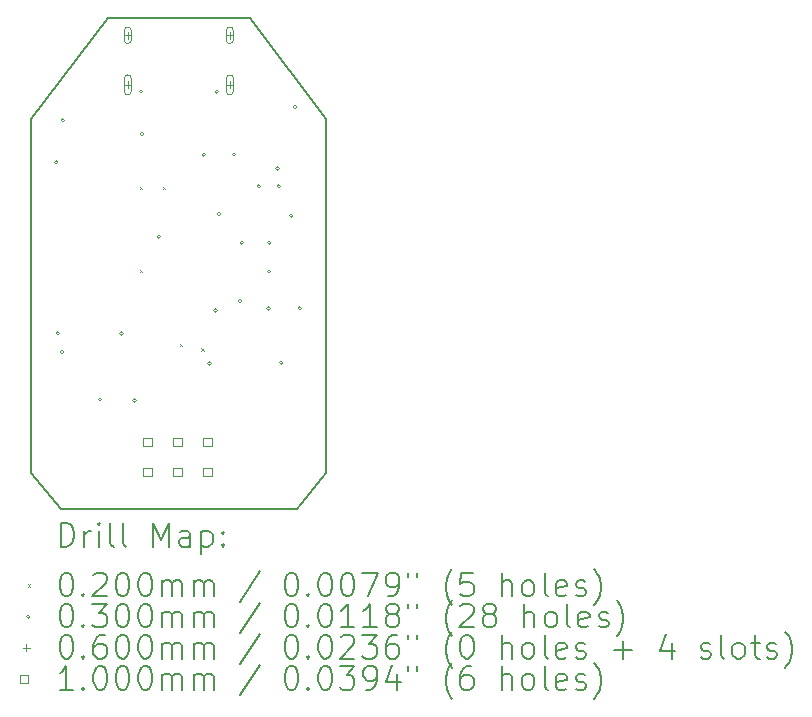
<source format=gbr>
%TF.GenerationSoftware,KiCad,Pcbnew,8.0.0*%
%TF.CreationDate,2026-01-12T19:07:29+05:30*%
%TF.ProjectId,PICKit_Clone_KiCAD,5049434b-6974-45f4-936c-6f6e655f4b69,1.0*%
%TF.SameCoordinates,Original*%
%TF.FileFunction,Drillmap*%
%TF.FilePolarity,Positive*%
%FSLAX45Y45*%
G04 Gerber Fmt 4.5, Leading zero omitted, Abs format (unit mm)*
G04 Created by KiCad (PCBNEW 8.0.0) date 2026-01-12 19:07:29*
%MOMM*%
%LPD*%
G01*
G04 APERTURE LIST*
%ADD10C,0.200000*%
%ADD11C,0.100000*%
G04 APERTURE END LIST*
D10*
X13350000Y-7850000D02*
X13350000Y-10850000D01*
X13600000Y-11150000D02*
X13349998Y-10850002D01*
X15600000Y-11150000D02*
X13600000Y-11150000D01*
X13350000Y-7850000D02*
X14000000Y-7000000D01*
X15850000Y-7850000D02*
X15200000Y-7000000D01*
X15850000Y-7850000D02*
X15850000Y-10850000D01*
X15600000Y-11150000D02*
X15850000Y-10850000D01*
X14000000Y-7000000D02*
X15200000Y-7000000D01*
D11*
X14269500Y-8426000D02*
X14289500Y-8446000D01*
X14289500Y-8426000D02*
X14269500Y-8446000D01*
X14269500Y-9126000D02*
X14289500Y-9146000D01*
X14289500Y-9126000D02*
X14269500Y-9146000D01*
X14464000Y-8427000D02*
X14484000Y-8447000D01*
X14484000Y-8427000D02*
X14464000Y-8447000D01*
X14609000Y-9757000D02*
X14629000Y-9777000D01*
X14629000Y-9757000D02*
X14609000Y-9777000D01*
X14789000Y-9793000D02*
X14809000Y-9813000D01*
X14809000Y-9793000D02*
X14789000Y-9813000D01*
X13578000Y-8217000D02*
G75*
G02*
X13548000Y-8217000I-15000J0D01*
G01*
X13548000Y-8217000D02*
G75*
G02*
X13578000Y-8217000I15000J0D01*
G01*
X13590000Y-9667000D02*
G75*
G02*
X13560000Y-9667000I-15000J0D01*
G01*
X13560000Y-9667000D02*
G75*
G02*
X13590000Y-9667000I15000J0D01*
G01*
X13626000Y-9825000D02*
G75*
G02*
X13596000Y-9825000I-15000J0D01*
G01*
X13596000Y-9825000D02*
G75*
G02*
X13626000Y-9825000I15000J0D01*
G01*
X13632000Y-7861000D02*
G75*
G02*
X13602000Y-7861000I-15000J0D01*
G01*
X13602000Y-7861000D02*
G75*
G02*
X13632000Y-7861000I15000J0D01*
G01*
X13947000Y-10226000D02*
G75*
G02*
X13917000Y-10226000I-15000J0D01*
G01*
X13917000Y-10226000D02*
G75*
G02*
X13947000Y-10226000I15000J0D01*
G01*
X14130000Y-9667000D02*
G75*
G02*
X14100000Y-9667000I-15000J0D01*
G01*
X14100000Y-9667000D02*
G75*
G02*
X14130000Y-9667000I15000J0D01*
G01*
X14240000Y-10234000D02*
G75*
G02*
X14210000Y-10234000I-15000J0D01*
G01*
X14210000Y-10234000D02*
G75*
G02*
X14240000Y-10234000I15000J0D01*
G01*
X14295000Y-7618000D02*
G75*
G02*
X14265000Y-7618000I-15000J0D01*
G01*
X14265000Y-7618000D02*
G75*
G02*
X14295000Y-7618000I15000J0D01*
G01*
X14305000Y-7978000D02*
G75*
G02*
X14275000Y-7978000I-15000J0D01*
G01*
X14275000Y-7978000D02*
G75*
G02*
X14305000Y-7978000I15000J0D01*
G01*
X14445000Y-8849000D02*
G75*
G02*
X14415000Y-8849000I-15000J0D01*
G01*
X14415000Y-8849000D02*
G75*
G02*
X14445000Y-8849000I15000J0D01*
G01*
X14826000Y-8152000D02*
G75*
G02*
X14796000Y-8152000I-15000J0D01*
G01*
X14796000Y-8152000D02*
G75*
G02*
X14826000Y-8152000I15000J0D01*
G01*
X14875000Y-9922000D02*
G75*
G02*
X14845000Y-9922000I-15000J0D01*
G01*
X14845000Y-9922000D02*
G75*
G02*
X14875000Y-9922000I15000J0D01*
G01*
X14924000Y-9472000D02*
G75*
G02*
X14894000Y-9472000I-15000J0D01*
G01*
X14894000Y-9472000D02*
G75*
G02*
X14924000Y-9472000I15000J0D01*
G01*
X14935000Y-7621000D02*
G75*
G02*
X14905000Y-7621000I-15000J0D01*
G01*
X14905000Y-7621000D02*
G75*
G02*
X14935000Y-7621000I15000J0D01*
G01*
X14954000Y-8656000D02*
G75*
G02*
X14924000Y-8656000I-15000J0D01*
G01*
X14924000Y-8656000D02*
G75*
G02*
X14954000Y-8656000I15000J0D01*
G01*
X15081000Y-8152000D02*
G75*
G02*
X15051000Y-8152000I-15000J0D01*
G01*
X15051000Y-8152000D02*
G75*
G02*
X15081000Y-8152000I15000J0D01*
G01*
X15132000Y-9391000D02*
G75*
G02*
X15102000Y-9391000I-15000J0D01*
G01*
X15102000Y-9391000D02*
G75*
G02*
X15132000Y-9391000I15000J0D01*
G01*
X15149000Y-8899000D02*
G75*
G02*
X15119000Y-8899000I-15000J0D01*
G01*
X15119000Y-8899000D02*
G75*
G02*
X15149000Y-8899000I15000J0D01*
G01*
X15291000Y-8420000D02*
G75*
G02*
X15261000Y-8420000I-15000J0D01*
G01*
X15261000Y-8420000D02*
G75*
G02*
X15291000Y-8420000I15000J0D01*
G01*
X15374000Y-9454000D02*
G75*
G02*
X15344000Y-9454000I-15000J0D01*
G01*
X15344000Y-9454000D02*
G75*
G02*
X15374000Y-9454000I15000J0D01*
G01*
X15377000Y-9142000D02*
G75*
G02*
X15347000Y-9142000I-15000J0D01*
G01*
X15347000Y-9142000D02*
G75*
G02*
X15377000Y-9142000I15000J0D01*
G01*
X15379000Y-8899000D02*
G75*
G02*
X15349000Y-8899000I-15000J0D01*
G01*
X15349000Y-8899000D02*
G75*
G02*
X15379000Y-8899000I15000J0D01*
G01*
X15451000Y-8271000D02*
G75*
G02*
X15421000Y-8271000I-15000J0D01*
G01*
X15421000Y-8271000D02*
G75*
G02*
X15451000Y-8271000I15000J0D01*
G01*
X15461000Y-8419000D02*
G75*
G02*
X15431000Y-8419000I-15000J0D01*
G01*
X15431000Y-8419000D02*
G75*
G02*
X15461000Y-8419000I15000J0D01*
G01*
X15482000Y-9915000D02*
G75*
G02*
X15452000Y-9915000I-15000J0D01*
G01*
X15452000Y-9915000D02*
G75*
G02*
X15482000Y-9915000I15000J0D01*
G01*
X15566000Y-8670000D02*
G75*
G02*
X15536000Y-8670000I-15000J0D01*
G01*
X15536000Y-8670000D02*
G75*
G02*
X15566000Y-8670000I15000J0D01*
G01*
X15598000Y-7750000D02*
G75*
G02*
X15568000Y-7750000I-15000J0D01*
G01*
X15568000Y-7750000D02*
G75*
G02*
X15598000Y-7750000I15000J0D01*
G01*
X15638000Y-9453000D02*
G75*
G02*
X15608000Y-9453000I-15000J0D01*
G01*
X15608000Y-9453000D02*
G75*
G02*
X15638000Y-9453000I15000J0D01*
G01*
X14168000Y-7112500D02*
X14168000Y-7172500D01*
X14138000Y-7142500D02*
X14198000Y-7142500D01*
X14198000Y-7182500D02*
X14198000Y-7102500D01*
X14138000Y-7102500D02*
G75*
G02*
X14198000Y-7102500I30000J0D01*
G01*
X14138000Y-7102500D02*
X14138000Y-7182500D01*
X14138000Y-7182500D02*
G75*
G03*
X14198000Y-7182500I30000J0D01*
G01*
X14168000Y-7532500D02*
X14168000Y-7592500D01*
X14138000Y-7562500D02*
X14198000Y-7562500D01*
X14198000Y-7617500D02*
X14198000Y-7507500D01*
X14138000Y-7507500D02*
G75*
G02*
X14198000Y-7507500I30000J0D01*
G01*
X14138000Y-7507500D02*
X14138000Y-7617500D01*
X14138000Y-7617500D02*
G75*
G03*
X14198000Y-7617500I30000J0D01*
G01*
X15032000Y-7532500D02*
X15032000Y-7592500D01*
X15002000Y-7562500D02*
X15062000Y-7562500D01*
X15062000Y-7617500D02*
X15062000Y-7507500D01*
X15002000Y-7507500D02*
G75*
G02*
X15062000Y-7507500I30000J0D01*
G01*
X15002000Y-7507500D02*
X15002000Y-7617500D01*
X15002000Y-7617500D02*
G75*
G03*
X15062000Y-7617500I30000J0D01*
G01*
X15032000Y-7112500D02*
X15032000Y-7172500D01*
X15002000Y-7142500D02*
X15062000Y-7142500D01*
X15062000Y-7182500D02*
X15062000Y-7102500D01*
X15002000Y-7102500D02*
G75*
G02*
X15062000Y-7102500I30000J0D01*
G01*
X15002000Y-7102500D02*
X15002000Y-7182500D01*
X15002000Y-7182500D02*
G75*
G03*
X15062000Y-7182500I30000J0D01*
G01*
X14369856Y-10620856D02*
X14369856Y-10550144D01*
X14299144Y-10550144D01*
X14299144Y-10620856D01*
X14369856Y-10620856D01*
X14369856Y-10874856D02*
X14369856Y-10804144D01*
X14299144Y-10804144D01*
X14299144Y-10874856D01*
X14369856Y-10874856D01*
X14623855Y-10620855D02*
X14623855Y-10550144D01*
X14553144Y-10550144D01*
X14553144Y-10620855D01*
X14623855Y-10620855D01*
X14623856Y-10874856D02*
X14623856Y-10804144D01*
X14553144Y-10804144D01*
X14553144Y-10874856D01*
X14623856Y-10874856D01*
X14877855Y-10874856D02*
X14877855Y-10804145D01*
X14807144Y-10804145D01*
X14807144Y-10874856D01*
X14877855Y-10874856D01*
X14877856Y-10620856D02*
X14877856Y-10550144D01*
X14807144Y-10550144D01*
X14807144Y-10620856D01*
X14877856Y-10620856D01*
D10*
X13600774Y-11471484D02*
X13600774Y-11271484D01*
X13600774Y-11271484D02*
X13648393Y-11271484D01*
X13648393Y-11271484D02*
X13676965Y-11281008D01*
X13676965Y-11281008D02*
X13696013Y-11300055D01*
X13696013Y-11300055D02*
X13705536Y-11319103D01*
X13705536Y-11319103D02*
X13715060Y-11357198D01*
X13715060Y-11357198D02*
X13715060Y-11385769D01*
X13715060Y-11385769D02*
X13705536Y-11423865D01*
X13705536Y-11423865D02*
X13696013Y-11442912D01*
X13696013Y-11442912D02*
X13676965Y-11461960D01*
X13676965Y-11461960D02*
X13648393Y-11471484D01*
X13648393Y-11471484D02*
X13600774Y-11471484D01*
X13800774Y-11471484D02*
X13800774Y-11338150D01*
X13800774Y-11376246D02*
X13810298Y-11357198D01*
X13810298Y-11357198D02*
X13819822Y-11347674D01*
X13819822Y-11347674D02*
X13838870Y-11338150D01*
X13838870Y-11338150D02*
X13857917Y-11338150D01*
X13924584Y-11471484D02*
X13924584Y-11338150D01*
X13924584Y-11271484D02*
X13915060Y-11281008D01*
X13915060Y-11281008D02*
X13924584Y-11290531D01*
X13924584Y-11290531D02*
X13934108Y-11281008D01*
X13934108Y-11281008D02*
X13924584Y-11271484D01*
X13924584Y-11271484D02*
X13924584Y-11290531D01*
X14048393Y-11471484D02*
X14029346Y-11461960D01*
X14029346Y-11461960D02*
X14019822Y-11442912D01*
X14019822Y-11442912D02*
X14019822Y-11271484D01*
X14153155Y-11471484D02*
X14134108Y-11461960D01*
X14134108Y-11461960D02*
X14124584Y-11442912D01*
X14124584Y-11442912D02*
X14124584Y-11271484D01*
X14381727Y-11471484D02*
X14381727Y-11271484D01*
X14381727Y-11271484D02*
X14448394Y-11414341D01*
X14448394Y-11414341D02*
X14515060Y-11271484D01*
X14515060Y-11271484D02*
X14515060Y-11471484D01*
X14696013Y-11471484D02*
X14696013Y-11366722D01*
X14696013Y-11366722D02*
X14686489Y-11347674D01*
X14686489Y-11347674D02*
X14667441Y-11338150D01*
X14667441Y-11338150D02*
X14629346Y-11338150D01*
X14629346Y-11338150D02*
X14610298Y-11347674D01*
X14696013Y-11461960D02*
X14676965Y-11471484D01*
X14676965Y-11471484D02*
X14629346Y-11471484D01*
X14629346Y-11471484D02*
X14610298Y-11461960D01*
X14610298Y-11461960D02*
X14600774Y-11442912D01*
X14600774Y-11442912D02*
X14600774Y-11423865D01*
X14600774Y-11423865D02*
X14610298Y-11404817D01*
X14610298Y-11404817D02*
X14629346Y-11395293D01*
X14629346Y-11395293D02*
X14676965Y-11395293D01*
X14676965Y-11395293D02*
X14696013Y-11385769D01*
X14791251Y-11338150D02*
X14791251Y-11538150D01*
X14791251Y-11347674D02*
X14810298Y-11338150D01*
X14810298Y-11338150D02*
X14848394Y-11338150D01*
X14848394Y-11338150D02*
X14867441Y-11347674D01*
X14867441Y-11347674D02*
X14876965Y-11357198D01*
X14876965Y-11357198D02*
X14886489Y-11376246D01*
X14886489Y-11376246D02*
X14886489Y-11433388D01*
X14886489Y-11433388D02*
X14876965Y-11452436D01*
X14876965Y-11452436D02*
X14867441Y-11461960D01*
X14867441Y-11461960D02*
X14848394Y-11471484D01*
X14848394Y-11471484D02*
X14810298Y-11471484D01*
X14810298Y-11471484D02*
X14791251Y-11461960D01*
X14972203Y-11452436D02*
X14981727Y-11461960D01*
X14981727Y-11461960D02*
X14972203Y-11471484D01*
X14972203Y-11471484D02*
X14962679Y-11461960D01*
X14962679Y-11461960D02*
X14972203Y-11452436D01*
X14972203Y-11452436D02*
X14972203Y-11471484D01*
X14972203Y-11347674D02*
X14981727Y-11357198D01*
X14981727Y-11357198D02*
X14972203Y-11366722D01*
X14972203Y-11366722D02*
X14962679Y-11357198D01*
X14962679Y-11357198D02*
X14972203Y-11347674D01*
X14972203Y-11347674D02*
X14972203Y-11366722D01*
D11*
X13319998Y-11790000D02*
X13339998Y-11810000D01*
X13339998Y-11790000D02*
X13319998Y-11810000D01*
D10*
X13638870Y-11691484D02*
X13657917Y-11691484D01*
X13657917Y-11691484D02*
X13676965Y-11701008D01*
X13676965Y-11701008D02*
X13686489Y-11710531D01*
X13686489Y-11710531D02*
X13696013Y-11729579D01*
X13696013Y-11729579D02*
X13705536Y-11767674D01*
X13705536Y-11767674D02*
X13705536Y-11815293D01*
X13705536Y-11815293D02*
X13696013Y-11853388D01*
X13696013Y-11853388D02*
X13686489Y-11872436D01*
X13686489Y-11872436D02*
X13676965Y-11881960D01*
X13676965Y-11881960D02*
X13657917Y-11891484D01*
X13657917Y-11891484D02*
X13638870Y-11891484D01*
X13638870Y-11891484D02*
X13619822Y-11881960D01*
X13619822Y-11881960D02*
X13610298Y-11872436D01*
X13610298Y-11872436D02*
X13600774Y-11853388D01*
X13600774Y-11853388D02*
X13591251Y-11815293D01*
X13591251Y-11815293D02*
X13591251Y-11767674D01*
X13591251Y-11767674D02*
X13600774Y-11729579D01*
X13600774Y-11729579D02*
X13610298Y-11710531D01*
X13610298Y-11710531D02*
X13619822Y-11701008D01*
X13619822Y-11701008D02*
X13638870Y-11691484D01*
X13791251Y-11872436D02*
X13800774Y-11881960D01*
X13800774Y-11881960D02*
X13791251Y-11891484D01*
X13791251Y-11891484D02*
X13781727Y-11881960D01*
X13781727Y-11881960D02*
X13791251Y-11872436D01*
X13791251Y-11872436D02*
X13791251Y-11891484D01*
X13876965Y-11710531D02*
X13886489Y-11701008D01*
X13886489Y-11701008D02*
X13905536Y-11691484D01*
X13905536Y-11691484D02*
X13953155Y-11691484D01*
X13953155Y-11691484D02*
X13972203Y-11701008D01*
X13972203Y-11701008D02*
X13981727Y-11710531D01*
X13981727Y-11710531D02*
X13991251Y-11729579D01*
X13991251Y-11729579D02*
X13991251Y-11748627D01*
X13991251Y-11748627D02*
X13981727Y-11777198D01*
X13981727Y-11777198D02*
X13867441Y-11891484D01*
X13867441Y-11891484D02*
X13991251Y-11891484D01*
X14115060Y-11691484D02*
X14134108Y-11691484D01*
X14134108Y-11691484D02*
X14153155Y-11701008D01*
X14153155Y-11701008D02*
X14162679Y-11710531D01*
X14162679Y-11710531D02*
X14172203Y-11729579D01*
X14172203Y-11729579D02*
X14181727Y-11767674D01*
X14181727Y-11767674D02*
X14181727Y-11815293D01*
X14181727Y-11815293D02*
X14172203Y-11853388D01*
X14172203Y-11853388D02*
X14162679Y-11872436D01*
X14162679Y-11872436D02*
X14153155Y-11881960D01*
X14153155Y-11881960D02*
X14134108Y-11891484D01*
X14134108Y-11891484D02*
X14115060Y-11891484D01*
X14115060Y-11891484D02*
X14096013Y-11881960D01*
X14096013Y-11881960D02*
X14086489Y-11872436D01*
X14086489Y-11872436D02*
X14076965Y-11853388D01*
X14076965Y-11853388D02*
X14067441Y-11815293D01*
X14067441Y-11815293D02*
X14067441Y-11767674D01*
X14067441Y-11767674D02*
X14076965Y-11729579D01*
X14076965Y-11729579D02*
X14086489Y-11710531D01*
X14086489Y-11710531D02*
X14096013Y-11701008D01*
X14096013Y-11701008D02*
X14115060Y-11691484D01*
X14305536Y-11691484D02*
X14324584Y-11691484D01*
X14324584Y-11691484D02*
X14343632Y-11701008D01*
X14343632Y-11701008D02*
X14353155Y-11710531D01*
X14353155Y-11710531D02*
X14362679Y-11729579D01*
X14362679Y-11729579D02*
X14372203Y-11767674D01*
X14372203Y-11767674D02*
X14372203Y-11815293D01*
X14372203Y-11815293D02*
X14362679Y-11853388D01*
X14362679Y-11853388D02*
X14353155Y-11872436D01*
X14353155Y-11872436D02*
X14343632Y-11881960D01*
X14343632Y-11881960D02*
X14324584Y-11891484D01*
X14324584Y-11891484D02*
X14305536Y-11891484D01*
X14305536Y-11891484D02*
X14286489Y-11881960D01*
X14286489Y-11881960D02*
X14276965Y-11872436D01*
X14276965Y-11872436D02*
X14267441Y-11853388D01*
X14267441Y-11853388D02*
X14257917Y-11815293D01*
X14257917Y-11815293D02*
X14257917Y-11767674D01*
X14257917Y-11767674D02*
X14267441Y-11729579D01*
X14267441Y-11729579D02*
X14276965Y-11710531D01*
X14276965Y-11710531D02*
X14286489Y-11701008D01*
X14286489Y-11701008D02*
X14305536Y-11691484D01*
X14457917Y-11891484D02*
X14457917Y-11758150D01*
X14457917Y-11777198D02*
X14467441Y-11767674D01*
X14467441Y-11767674D02*
X14486489Y-11758150D01*
X14486489Y-11758150D02*
X14515060Y-11758150D01*
X14515060Y-11758150D02*
X14534108Y-11767674D01*
X14534108Y-11767674D02*
X14543632Y-11786722D01*
X14543632Y-11786722D02*
X14543632Y-11891484D01*
X14543632Y-11786722D02*
X14553155Y-11767674D01*
X14553155Y-11767674D02*
X14572203Y-11758150D01*
X14572203Y-11758150D02*
X14600774Y-11758150D01*
X14600774Y-11758150D02*
X14619822Y-11767674D01*
X14619822Y-11767674D02*
X14629346Y-11786722D01*
X14629346Y-11786722D02*
X14629346Y-11891484D01*
X14724584Y-11891484D02*
X14724584Y-11758150D01*
X14724584Y-11777198D02*
X14734108Y-11767674D01*
X14734108Y-11767674D02*
X14753155Y-11758150D01*
X14753155Y-11758150D02*
X14781727Y-11758150D01*
X14781727Y-11758150D02*
X14800775Y-11767674D01*
X14800775Y-11767674D02*
X14810298Y-11786722D01*
X14810298Y-11786722D02*
X14810298Y-11891484D01*
X14810298Y-11786722D02*
X14819822Y-11767674D01*
X14819822Y-11767674D02*
X14838870Y-11758150D01*
X14838870Y-11758150D02*
X14867441Y-11758150D01*
X14867441Y-11758150D02*
X14886489Y-11767674D01*
X14886489Y-11767674D02*
X14896013Y-11786722D01*
X14896013Y-11786722D02*
X14896013Y-11891484D01*
X15286489Y-11681960D02*
X15115060Y-11939103D01*
X15543632Y-11691484D02*
X15562679Y-11691484D01*
X15562679Y-11691484D02*
X15581727Y-11701008D01*
X15581727Y-11701008D02*
X15591251Y-11710531D01*
X15591251Y-11710531D02*
X15600775Y-11729579D01*
X15600775Y-11729579D02*
X15610298Y-11767674D01*
X15610298Y-11767674D02*
X15610298Y-11815293D01*
X15610298Y-11815293D02*
X15600775Y-11853388D01*
X15600775Y-11853388D02*
X15591251Y-11872436D01*
X15591251Y-11872436D02*
X15581727Y-11881960D01*
X15581727Y-11881960D02*
X15562679Y-11891484D01*
X15562679Y-11891484D02*
X15543632Y-11891484D01*
X15543632Y-11891484D02*
X15524584Y-11881960D01*
X15524584Y-11881960D02*
X15515060Y-11872436D01*
X15515060Y-11872436D02*
X15505537Y-11853388D01*
X15505537Y-11853388D02*
X15496013Y-11815293D01*
X15496013Y-11815293D02*
X15496013Y-11767674D01*
X15496013Y-11767674D02*
X15505537Y-11729579D01*
X15505537Y-11729579D02*
X15515060Y-11710531D01*
X15515060Y-11710531D02*
X15524584Y-11701008D01*
X15524584Y-11701008D02*
X15543632Y-11691484D01*
X15696013Y-11872436D02*
X15705537Y-11881960D01*
X15705537Y-11881960D02*
X15696013Y-11891484D01*
X15696013Y-11891484D02*
X15686489Y-11881960D01*
X15686489Y-11881960D02*
X15696013Y-11872436D01*
X15696013Y-11872436D02*
X15696013Y-11891484D01*
X15829346Y-11691484D02*
X15848394Y-11691484D01*
X15848394Y-11691484D02*
X15867441Y-11701008D01*
X15867441Y-11701008D02*
X15876965Y-11710531D01*
X15876965Y-11710531D02*
X15886489Y-11729579D01*
X15886489Y-11729579D02*
X15896013Y-11767674D01*
X15896013Y-11767674D02*
X15896013Y-11815293D01*
X15896013Y-11815293D02*
X15886489Y-11853388D01*
X15886489Y-11853388D02*
X15876965Y-11872436D01*
X15876965Y-11872436D02*
X15867441Y-11881960D01*
X15867441Y-11881960D02*
X15848394Y-11891484D01*
X15848394Y-11891484D02*
X15829346Y-11891484D01*
X15829346Y-11891484D02*
X15810298Y-11881960D01*
X15810298Y-11881960D02*
X15800775Y-11872436D01*
X15800775Y-11872436D02*
X15791251Y-11853388D01*
X15791251Y-11853388D02*
X15781727Y-11815293D01*
X15781727Y-11815293D02*
X15781727Y-11767674D01*
X15781727Y-11767674D02*
X15791251Y-11729579D01*
X15791251Y-11729579D02*
X15800775Y-11710531D01*
X15800775Y-11710531D02*
X15810298Y-11701008D01*
X15810298Y-11701008D02*
X15829346Y-11691484D01*
X16019822Y-11691484D02*
X16038870Y-11691484D01*
X16038870Y-11691484D02*
X16057918Y-11701008D01*
X16057918Y-11701008D02*
X16067441Y-11710531D01*
X16067441Y-11710531D02*
X16076965Y-11729579D01*
X16076965Y-11729579D02*
X16086489Y-11767674D01*
X16086489Y-11767674D02*
X16086489Y-11815293D01*
X16086489Y-11815293D02*
X16076965Y-11853388D01*
X16076965Y-11853388D02*
X16067441Y-11872436D01*
X16067441Y-11872436D02*
X16057918Y-11881960D01*
X16057918Y-11881960D02*
X16038870Y-11891484D01*
X16038870Y-11891484D02*
X16019822Y-11891484D01*
X16019822Y-11891484D02*
X16000775Y-11881960D01*
X16000775Y-11881960D02*
X15991251Y-11872436D01*
X15991251Y-11872436D02*
X15981727Y-11853388D01*
X15981727Y-11853388D02*
X15972203Y-11815293D01*
X15972203Y-11815293D02*
X15972203Y-11767674D01*
X15972203Y-11767674D02*
X15981727Y-11729579D01*
X15981727Y-11729579D02*
X15991251Y-11710531D01*
X15991251Y-11710531D02*
X16000775Y-11701008D01*
X16000775Y-11701008D02*
X16019822Y-11691484D01*
X16153156Y-11691484D02*
X16286489Y-11691484D01*
X16286489Y-11691484D02*
X16200775Y-11891484D01*
X16372203Y-11891484D02*
X16410298Y-11891484D01*
X16410298Y-11891484D02*
X16429346Y-11881960D01*
X16429346Y-11881960D02*
X16438870Y-11872436D01*
X16438870Y-11872436D02*
X16457918Y-11843865D01*
X16457918Y-11843865D02*
X16467441Y-11805769D01*
X16467441Y-11805769D02*
X16467441Y-11729579D01*
X16467441Y-11729579D02*
X16457918Y-11710531D01*
X16457918Y-11710531D02*
X16448394Y-11701008D01*
X16448394Y-11701008D02*
X16429346Y-11691484D01*
X16429346Y-11691484D02*
X16391251Y-11691484D01*
X16391251Y-11691484D02*
X16372203Y-11701008D01*
X16372203Y-11701008D02*
X16362679Y-11710531D01*
X16362679Y-11710531D02*
X16353156Y-11729579D01*
X16353156Y-11729579D02*
X16353156Y-11777198D01*
X16353156Y-11777198D02*
X16362679Y-11796246D01*
X16362679Y-11796246D02*
X16372203Y-11805769D01*
X16372203Y-11805769D02*
X16391251Y-11815293D01*
X16391251Y-11815293D02*
X16429346Y-11815293D01*
X16429346Y-11815293D02*
X16448394Y-11805769D01*
X16448394Y-11805769D02*
X16457918Y-11796246D01*
X16457918Y-11796246D02*
X16467441Y-11777198D01*
X16543632Y-11691484D02*
X16543632Y-11729579D01*
X16619822Y-11691484D02*
X16619822Y-11729579D01*
X16915061Y-11967674D02*
X16905537Y-11958150D01*
X16905537Y-11958150D02*
X16886489Y-11929579D01*
X16886489Y-11929579D02*
X16876965Y-11910531D01*
X16876965Y-11910531D02*
X16867442Y-11881960D01*
X16867442Y-11881960D02*
X16857918Y-11834341D01*
X16857918Y-11834341D02*
X16857918Y-11796246D01*
X16857918Y-11796246D02*
X16867442Y-11748627D01*
X16867442Y-11748627D02*
X16876965Y-11720055D01*
X16876965Y-11720055D02*
X16886489Y-11701008D01*
X16886489Y-11701008D02*
X16905537Y-11672436D01*
X16905537Y-11672436D02*
X16915061Y-11662912D01*
X17086489Y-11691484D02*
X16991251Y-11691484D01*
X16991251Y-11691484D02*
X16981727Y-11786722D01*
X16981727Y-11786722D02*
X16991251Y-11777198D01*
X16991251Y-11777198D02*
X17010299Y-11767674D01*
X17010299Y-11767674D02*
X17057918Y-11767674D01*
X17057918Y-11767674D02*
X17076965Y-11777198D01*
X17076965Y-11777198D02*
X17086489Y-11786722D01*
X17086489Y-11786722D02*
X17096013Y-11805769D01*
X17096013Y-11805769D02*
X17096013Y-11853388D01*
X17096013Y-11853388D02*
X17086489Y-11872436D01*
X17086489Y-11872436D02*
X17076965Y-11881960D01*
X17076965Y-11881960D02*
X17057918Y-11891484D01*
X17057918Y-11891484D02*
X17010299Y-11891484D01*
X17010299Y-11891484D02*
X16991251Y-11881960D01*
X16991251Y-11881960D02*
X16981727Y-11872436D01*
X17334108Y-11891484D02*
X17334108Y-11691484D01*
X17419823Y-11891484D02*
X17419823Y-11786722D01*
X17419823Y-11786722D02*
X17410299Y-11767674D01*
X17410299Y-11767674D02*
X17391251Y-11758150D01*
X17391251Y-11758150D02*
X17362680Y-11758150D01*
X17362680Y-11758150D02*
X17343632Y-11767674D01*
X17343632Y-11767674D02*
X17334108Y-11777198D01*
X17543632Y-11891484D02*
X17524584Y-11881960D01*
X17524584Y-11881960D02*
X17515061Y-11872436D01*
X17515061Y-11872436D02*
X17505537Y-11853388D01*
X17505537Y-11853388D02*
X17505537Y-11796246D01*
X17505537Y-11796246D02*
X17515061Y-11777198D01*
X17515061Y-11777198D02*
X17524584Y-11767674D01*
X17524584Y-11767674D02*
X17543632Y-11758150D01*
X17543632Y-11758150D02*
X17572204Y-11758150D01*
X17572204Y-11758150D02*
X17591251Y-11767674D01*
X17591251Y-11767674D02*
X17600775Y-11777198D01*
X17600775Y-11777198D02*
X17610299Y-11796246D01*
X17610299Y-11796246D02*
X17610299Y-11853388D01*
X17610299Y-11853388D02*
X17600775Y-11872436D01*
X17600775Y-11872436D02*
X17591251Y-11881960D01*
X17591251Y-11881960D02*
X17572204Y-11891484D01*
X17572204Y-11891484D02*
X17543632Y-11891484D01*
X17724584Y-11891484D02*
X17705537Y-11881960D01*
X17705537Y-11881960D02*
X17696013Y-11862912D01*
X17696013Y-11862912D02*
X17696013Y-11691484D01*
X17876965Y-11881960D02*
X17857918Y-11891484D01*
X17857918Y-11891484D02*
X17819823Y-11891484D01*
X17819823Y-11891484D02*
X17800775Y-11881960D01*
X17800775Y-11881960D02*
X17791251Y-11862912D01*
X17791251Y-11862912D02*
X17791251Y-11786722D01*
X17791251Y-11786722D02*
X17800775Y-11767674D01*
X17800775Y-11767674D02*
X17819823Y-11758150D01*
X17819823Y-11758150D02*
X17857918Y-11758150D01*
X17857918Y-11758150D02*
X17876965Y-11767674D01*
X17876965Y-11767674D02*
X17886489Y-11786722D01*
X17886489Y-11786722D02*
X17886489Y-11805769D01*
X17886489Y-11805769D02*
X17791251Y-11824817D01*
X17962680Y-11881960D02*
X17981727Y-11891484D01*
X17981727Y-11891484D02*
X18019823Y-11891484D01*
X18019823Y-11891484D02*
X18038870Y-11881960D01*
X18038870Y-11881960D02*
X18048394Y-11862912D01*
X18048394Y-11862912D02*
X18048394Y-11853388D01*
X18048394Y-11853388D02*
X18038870Y-11834341D01*
X18038870Y-11834341D02*
X18019823Y-11824817D01*
X18019823Y-11824817D02*
X17991251Y-11824817D01*
X17991251Y-11824817D02*
X17972204Y-11815293D01*
X17972204Y-11815293D02*
X17962680Y-11796246D01*
X17962680Y-11796246D02*
X17962680Y-11786722D01*
X17962680Y-11786722D02*
X17972204Y-11767674D01*
X17972204Y-11767674D02*
X17991251Y-11758150D01*
X17991251Y-11758150D02*
X18019823Y-11758150D01*
X18019823Y-11758150D02*
X18038870Y-11767674D01*
X18115061Y-11967674D02*
X18124585Y-11958150D01*
X18124585Y-11958150D02*
X18143632Y-11929579D01*
X18143632Y-11929579D02*
X18153156Y-11910531D01*
X18153156Y-11910531D02*
X18162680Y-11881960D01*
X18162680Y-11881960D02*
X18172204Y-11834341D01*
X18172204Y-11834341D02*
X18172204Y-11796246D01*
X18172204Y-11796246D02*
X18162680Y-11748627D01*
X18162680Y-11748627D02*
X18153156Y-11720055D01*
X18153156Y-11720055D02*
X18143632Y-11701008D01*
X18143632Y-11701008D02*
X18124585Y-11672436D01*
X18124585Y-11672436D02*
X18115061Y-11662912D01*
D11*
X13339998Y-12064000D02*
G75*
G02*
X13309998Y-12064000I-15000J0D01*
G01*
X13309998Y-12064000D02*
G75*
G02*
X13339998Y-12064000I15000J0D01*
G01*
D10*
X13638870Y-11955484D02*
X13657917Y-11955484D01*
X13657917Y-11955484D02*
X13676965Y-11965008D01*
X13676965Y-11965008D02*
X13686489Y-11974531D01*
X13686489Y-11974531D02*
X13696013Y-11993579D01*
X13696013Y-11993579D02*
X13705536Y-12031674D01*
X13705536Y-12031674D02*
X13705536Y-12079293D01*
X13705536Y-12079293D02*
X13696013Y-12117388D01*
X13696013Y-12117388D02*
X13686489Y-12136436D01*
X13686489Y-12136436D02*
X13676965Y-12145960D01*
X13676965Y-12145960D02*
X13657917Y-12155484D01*
X13657917Y-12155484D02*
X13638870Y-12155484D01*
X13638870Y-12155484D02*
X13619822Y-12145960D01*
X13619822Y-12145960D02*
X13610298Y-12136436D01*
X13610298Y-12136436D02*
X13600774Y-12117388D01*
X13600774Y-12117388D02*
X13591251Y-12079293D01*
X13591251Y-12079293D02*
X13591251Y-12031674D01*
X13591251Y-12031674D02*
X13600774Y-11993579D01*
X13600774Y-11993579D02*
X13610298Y-11974531D01*
X13610298Y-11974531D02*
X13619822Y-11965008D01*
X13619822Y-11965008D02*
X13638870Y-11955484D01*
X13791251Y-12136436D02*
X13800774Y-12145960D01*
X13800774Y-12145960D02*
X13791251Y-12155484D01*
X13791251Y-12155484D02*
X13781727Y-12145960D01*
X13781727Y-12145960D02*
X13791251Y-12136436D01*
X13791251Y-12136436D02*
X13791251Y-12155484D01*
X13867441Y-11955484D02*
X13991251Y-11955484D01*
X13991251Y-11955484D02*
X13924584Y-12031674D01*
X13924584Y-12031674D02*
X13953155Y-12031674D01*
X13953155Y-12031674D02*
X13972203Y-12041198D01*
X13972203Y-12041198D02*
X13981727Y-12050722D01*
X13981727Y-12050722D02*
X13991251Y-12069769D01*
X13991251Y-12069769D02*
X13991251Y-12117388D01*
X13991251Y-12117388D02*
X13981727Y-12136436D01*
X13981727Y-12136436D02*
X13972203Y-12145960D01*
X13972203Y-12145960D02*
X13953155Y-12155484D01*
X13953155Y-12155484D02*
X13896013Y-12155484D01*
X13896013Y-12155484D02*
X13876965Y-12145960D01*
X13876965Y-12145960D02*
X13867441Y-12136436D01*
X14115060Y-11955484D02*
X14134108Y-11955484D01*
X14134108Y-11955484D02*
X14153155Y-11965008D01*
X14153155Y-11965008D02*
X14162679Y-11974531D01*
X14162679Y-11974531D02*
X14172203Y-11993579D01*
X14172203Y-11993579D02*
X14181727Y-12031674D01*
X14181727Y-12031674D02*
X14181727Y-12079293D01*
X14181727Y-12079293D02*
X14172203Y-12117388D01*
X14172203Y-12117388D02*
X14162679Y-12136436D01*
X14162679Y-12136436D02*
X14153155Y-12145960D01*
X14153155Y-12145960D02*
X14134108Y-12155484D01*
X14134108Y-12155484D02*
X14115060Y-12155484D01*
X14115060Y-12155484D02*
X14096013Y-12145960D01*
X14096013Y-12145960D02*
X14086489Y-12136436D01*
X14086489Y-12136436D02*
X14076965Y-12117388D01*
X14076965Y-12117388D02*
X14067441Y-12079293D01*
X14067441Y-12079293D02*
X14067441Y-12031674D01*
X14067441Y-12031674D02*
X14076965Y-11993579D01*
X14076965Y-11993579D02*
X14086489Y-11974531D01*
X14086489Y-11974531D02*
X14096013Y-11965008D01*
X14096013Y-11965008D02*
X14115060Y-11955484D01*
X14305536Y-11955484D02*
X14324584Y-11955484D01*
X14324584Y-11955484D02*
X14343632Y-11965008D01*
X14343632Y-11965008D02*
X14353155Y-11974531D01*
X14353155Y-11974531D02*
X14362679Y-11993579D01*
X14362679Y-11993579D02*
X14372203Y-12031674D01*
X14372203Y-12031674D02*
X14372203Y-12079293D01*
X14372203Y-12079293D02*
X14362679Y-12117388D01*
X14362679Y-12117388D02*
X14353155Y-12136436D01*
X14353155Y-12136436D02*
X14343632Y-12145960D01*
X14343632Y-12145960D02*
X14324584Y-12155484D01*
X14324584Y-12155484D02*
X14305536Y-12155484D01*
X14305536Y-12155484D02*
X14286489Y-12145960D01*
X14286489Y-12145960D02*
X14276965Y-12136436D01*
X14276965Y-12136436D02*
X14267441Y-12117388D01*
X14267441Y-12117388D02*
X14257917Y-12079293D01*
X14257917Y-12079293D02*
X14257917Y-12031674D01*
X14257917Y-12031674D02*
X14267441Y-11993579D01*
X14267441Y-11993579D02*
X14276965Y-11974531D01*
X14276965Y-11974531D02*
X14286489Y-11965008D01*
X14286489Y-11965008D02*
X14305536Y-11955484D01*
X14457917Y-12155484D02*
X14457917Y-12022150D01*
X14457917Y-12041198D02*
X14467441Y-12031674D01*
X14467441Y-12031674D02*
X14486489Y-12022150D01*
X14486489Y-12022150D02*
X14515060Y-12022150D01*
X14515060Y-12022150D02*
X14534108Y-12031674D01*
X14534108Y-12031674D02*
X14543632Y-12050722D01*
X14543632Y-12050722D02*
X14543632Y-12155484D01*
X14543632Y-12050722D02*
X14553155Y-12031674D01*
X14553155Y-12031674D02*
X14572203Y-12022150D01*
X14572203Y-12022150D02*
X14600774Y-12022150D01*
X14600774Y-12022150D02*
X14619822Y-12031674D01*
X14619822Y-12031674D02*
X14629346Y-12050722D01*
X14629346Y-12050722D02*
X14629346Y-12155484D01*
X14724584Y-12155484D02*
X14724584Y-12022150D01*
X14724584Y-12041198D02*
X14734108Y-12031674D01*
X14734108Y-12031674D02*
X14753155Y-12022150D01*
X14753155Y-12022150D02*
X14781727Y-12022150D01*
X14781727Y-12022150D02*
X14800775Y-12031674D01*
X14800775Y-12031674D02*
X14810298Y-12050722D01*
X14810298Y-12050722D02*
X14810298Y-12155484D01*
X14810298Y-12050722D02*
X14819822Y-12031674D01*
X14819822Y-12031674D02*
X14838870Y-12022150D01*
X14838870Y-12022150D02*
X14867441Y-12022150D01*
X14867441Y-12022150D02*
X14886489Y-12031674D01*
X14886489Y-12031674D02*
X14896013Y-12050722D01*
X14896013Y-12050722D02*
X14896013Y-12155484D01*
X15286489Y-11945960D02*
X15115060Y-12203103D01*
X15543632Y-11955484D02*
X15562679Y-11955484D01*
X15562679Y-11955484D02*
X15581727Y-11965008D01*
X15581727Y-11965008D02*
X15591251Y-11974531D01*
X15591251Y-11974531D02*
X15600775Y-11993579D01*
X15600775Y-11993579D02*
X15610298Y-12031674D01*
X15610298Y-12031674D02*
X15610298Y-12079293D01*
X15610298Y-12079293D02*
X15600775Y-12117388D01*
X15600775Y-12117388D02*
X15591251Y-12136436D01*
X15591251Y-12136436D02*
X15581727Y-12145960D01*
X15581727Y-12145960D02*
X15562679Y-12155484D01*
X15562679Y-12155484D02*
X15543632Y-12155484D01*
X15543632Y-12155484D02*
X15524584Y-12145960D01*
X15524584Y-12145960D02*
X15515060Y-12136436D01*
X15515060Y-12136436D02*
X15505537Y-12117388D01*
X15505537Y-12117388D02*
X15496013Y-12079293D01*
X15496013Y-12079293D02*
X15496013Y-12031674D01*
X15496013Y-12031674D02*
X15505537Y-11993579D01*
X15505537Y-11993579D02*
X15515060Y-11974531D01*
X15515060Y-11974531D02*
X15524584Y-11965008D01*
X15524584Y-11965008D02*
X15543632Y-11955484D01*
X15696013Y-12136436D02*
X15705537Y-12145960D01*
X15705537Y-12145960D02*
X15696013Y-12155484D01*
X15696013Y-12155484D02*
X15686489Y-12145960D01*
X15686489Y-12145960D02*
X15696013Y-12136436D01*
X15696013Y-12136436D02*
X15696013Y-12155484D01*
X15829346Y-11955484D02*
X15848394Y-11955484D01*
X15848394Y-11955484D02*
X15867441Y-11965008D01*
X15867441Y-11965008D02*
X15876965Y-11974531D01*
X15876965Y-11974531D02*
X15886489Y-11993579D01*
X15886489Y-11993579D02*
X15896013Y-12031674D01*
X15896013Y-12031674D02*
X15896013Y-12079293D01*
X15896013Y-12079293D02*
X15886489Y-12117388D01*
X15886489Y-12117388D02*
X15876965Y-12136436D01*
X15876965Y-12136436D02*
X15867441Y-12145960D01*
X15867441Y-12145960D02*
X15848394Y-12155484D01*
X15848394Y-12155484D02*
X15829346Y-12155484D01*
X15829346Y-12155484D02*
X15810298Y-12145960D01*
X15810298Y-12145960D02*
X15800775Y-12136436D01*
X15800775Y-12136436D02*
X15791251Y-12117388D01*
X15791251Y-12117388D02*
X15781727Y-12079293D01*
X15781727Y-12079293D02*
X15781727Y-12031674D01*
X15781727Y-12031674D02*
X15791251Y-11993579D01*
X15791251Y-11993579D02*
X15800775Y-11974531D01*
X15800775Y-11974531D02*
X15810298Y-11965008D01*
X15810298Y-11965008D02*
X15829346Y-11955484D01*
X16086489Y-12155484D02*
X15972203Y-12155484D01*
X16029346Y-12155484D02*
X16029346Y-11955484D01*
X16029346Y-11955484D02*
X16010298Y-11984055D01*
X16010298Y-11984055D02*
X15991251Y-12003103D01*
X15991251Y-12003103D02*
X15972203Y-12012627D01*
X16276965Y-12155484D02*
X16162679Y-12155484D01*
X16219822Y-12155484D02*
X16219822Y-11955484D01*
X16219822Y-11955484D02*
X16200775Y-11984055D01*
X16200775Y-11984055D02*
X16181727Y-12003103D01*
X16181727Y-12003103D02*
X16162679Y-12012627D01*
X16391251Y-12041198D02*
X16372203Y-12031674D01*
X16372203Y-12031674D02*
X16362679Y-12022150D01*
X16362679Y-12022150D02*
X16353156Y-12003103D01*
X16353156Y-12003103D02*
X16353156Y-11993579D01*
X16353156Y-11993579D02*
X16362679Y-11974531D01*
X16362679Y-11974531D02*
X16372203Y-11965008D01*
X16372203Y-11965008D02*
X16391251Y-11955484D01*
X16391251Y-11955484D02*
X16429346Y-11955484D01*
X16429346Y-11955484D02*
X16448394Y-11965008D01*
X16448394Y-11965008D02*
X16457918Y-11974531D01*
X16457918Y-11974531D02*
X16467441Y-11993579D01*
X16467441Y-11993579D02*
X16467441Y-12003103D01*
X16467441Y-12003103D02*
X16457918Y-12022150D01*
X16457918Y-12022150D02*
X16448394Y-12031674D01*
X16448394Y-12031674D02*
X16429346Y-12041198D01*
X16429346Y-12041198D02*
X16391251Y-12041198D01*
X16391251Y-12041198D02*
X16372203Y-12050722D01*
X16372203Y-12050722D02*
X16362679Y-12060246D01*
X16362679Y-12060246D02*
X16353156Y-12079293D01*
X16353156Y-12079293D02*
X16353156Y-12117388D01*
X16353156Y-12117388D02*
X16362679Y-12136436D01*
X16362679Y-12136436D02*
X16372203Y-12145960D01*
X16372203Y-12145960D02*
X16391251Y-12155484D01*
X16391251Y-12155484D02*
X16429346Y-12155484D01*
X16429346Y-12155484D02*
X16448394Y-12145960D01*
X16448394Y-12145960D02*
X16457918Y-12136436D01*
X16457918Y-12136436D02*
X16467441Y-12117388D01*
X16467441Y-12117388D02*
X16467441Y-12079293D01*
X16467441Y-12079293D02*
X16457918Y-12060246D01*
X16457918Y-12060246D02*
X16448394Y-12050722D01*
X16448394Y-12050722D02*
X16429346Y-12041198D01*
X16543632Y-11955484D02*
X16543632Y-11993579D01*
X16619822Y-11955484D02*
X16619822Y-11993579D01*
X16915061Y-12231674D02*
X16905537Y-12222150D01*
X16905537Y-12222150D02*
X16886489Y-12193579D01*
X16886489Y-12193579D02*
X16876965Y-12174531D01*
X16876965Y-12174531D02*
X16867442Y-12145960D01*
X16867442Y-12145960D02*
X16857918Y-12098341D01*
X16857918Y-12098341D02*
X16857918Y-12060246D01*
X16857918Y-12060246D02*
X16867442Y-12012627D01*
X16867442Y-12012627D02*
X16876965Y-11984055D01*
X16876965Y-11984055D02*
X16886489Y-11965008D01*
X16886489Y-11965008D02*
X16905537Y-11936436D01*
X16905537Y-11936436D02*
X16915061Y-11926912D01*
X16981727Y-11974531D02*
X16991251Y-11965008D01*
X16991251Y-11965008D02*
X17010299Y-11955484D01*
X17010299Y-11955484D02*
X17057918Y-11955484D01*
X17057918Y-11955484D02*
X17076965Y-11965008D01*
X17076965Y-11965008D02*
X17086489Y-11974531D01*
X17086489Y-11974531D02*
X17096013Y-11993579D01*
X17096013Y-11993579D02*
X17096013Y-12012627D01*
X17096013Y-12012627D02*
X17086489Y-12041198D01*
X17086489Y-12041198D02*
X16972203Y-12155484D01*
X16972203Y-12155484D02*
X17096013Y-12155484D01*
X17210299Y-12041198D02*
X17191251Y-12031674D01*
X17191251Y-12031674D02*
X17181727Y-12022150D01*
X17181727Y-12022150D02*
X17172203Y-12003103D01*
X17172203Y-12003103D02*
X17172203Y-11993579D01*
X17172203Y-11993579D02*
X17181727Y-11974531D01*
X17181727Y-11974531D02*
X17191251Y-11965008D01*
X17191251Y-11965008D02*
X17210299Y-11955484D01*
X17210299Y-11955484D02*
X17248394Y-11955484D01*
X17248394Y-11955484D02*
X17267442Y-11965008D01*
X17267442Y-11965008D02*
X17276965Y-11974531D01*
X17276965Y-11974531D02*
X17286489Y-11993579D01*
X17286489Y-11993579D02*
X17286489Y-12003103D01*
X17286489Y-12003103D02*
X17276965Y-12022150D01*
X17276965Y-12022150D02*
X17267442Y-12031674D01*
X17267442Y-12031674D02*
X17248394Y-12041198D01*
X17248394Y-12041198D02*
X17210299Y-12041198D01*
X17210299Y-12041198D02*
X17191251Y-12050722D01*
X17191251Y-12050722D02*
X17181727Y-12060246D01*
X17181727Y-12060246D02*
X17172203Y-12079293D01*
X17172203Y-12079293D02*
X17172203Y-12117388D01*
X17172203Y-12117388D02*
X17181727Y-12136436D01*
X17181727Y-12136436D02*
X17191251Y-12145960D01*
X17191251Y-12145960D02*
X17210299Y-12155484D01*
X17210299Y-12155484D02*
X17248394Y-12155484D01*
X17248394Y-12155484D02*
X17267442Y-12145960D01*
X17267442Y-12145960D02*
X17276965Y-12136436D01*
X17276965Y-12136436D02*
X17286489Y-12117388D01*
X17286489Y-12117388D02*
X17286489Y-12079293D01*
X17286489Y-12079293D02*
X17276965Y-12060246D01*
X17276965Y-12060246D02*
X17267442Y-12050722D01*
X17267442Y-12050722D02*
X17248394Y-12041198D01*
X17524584Y-12155484D02*
X17524584Y-11955484D01*
X17610299Y-12155484D02*
X17610299Y-12050722D01*
X17610299Y-12050722D02*
X17600775Y-12031674D01*
X17600775Y-12031674D02*
X17581727Y-12022150D01*
X17581727Y-12022150D02*
X17553156Y-12022150D01*
X17553156Y-12022150D02*
X17534108Y-12031674D01*
X17534108Y-12031674D02*
X17524584Y-12041198D01*
X17734108Y-12155484D02*
X17715061Y-12145960D01*
X17715061Y-12145960D02*
X17705537Y-12136436D01*
X17705537Y-12136436D02*
X17696013Y-12117388D01*
X17696013Y-12117388D02*
X17696013Y-12060246D01*
X17696013Y-12060246D02*
X17705537Y-12041198D01*
X17705537Y-12041198D02*
X17715061Y-12031674D01*
X17715061Y-12031674D02*
X17734108Y-12022150D01*
X17734108Y-12022150D02*
X17762680Y-12022150D01*
X17762680Y-12022150D02*
X17781727Y-12031674D01*
X17781727Y-12031674D02*
X17791251Y-12041198D01*
X17791251Y-12041198D02*
X17800775Y-12060246D01*
X17800775Y-12060246D02*
X17800775Y-12117388D01*
X17800775Y-12117388D02*
X17791251Y-12136436D01*
X17791251Y-12136436D02*
X17781727Y-12145960D01*
X17781727Y-12145960D02*
X17762680Y-12155484D01*
X17762680Y-12155484D02*
X17734108Y-12155484D01*
X17915061Y-12155484D02*
X17896013Y-12145960D01*
X17896013Y-12145960D02*
X17886489Y-12126912D01*
X17886489Y-12126912D02*
X17886489Y-11955484D01*
X18067442Y-12145960D02*
X18048394Y-12155484D01*
X18048394Y-12155484D02*
X18010299Y-12155484D01*
X18010299Y-12155484D02*
X17991251Y-12145960D01*
X17991251Y-12145960D02*
X17981727Y-12126912D01*
X17981727Y-12126912D02*
X17981727Y-12050722D01*
X17981727Y-12050722D02*
X17991251Y-12031674D01*
X17991251Y-12031674D02*
X18010299Y-12022150D01*
X18010299Y-12022150D02*
X18048394Y-12022150D01*
X18048394Y-12022150D02*
X18067442Y-12031674D01*
X18067442Y-12031674D02*
X18076965Y-12050722D01*
X18076965Y-12050722D02*
X18076965Y-12069769D01*
X18076965Y-12069769D02*
X17981727Y-12088817D01*
X18153156Y-12145960D02*
X18172204Y-12155484D01*
X18172204Y-12155484D02*
X18210299Y-12155484D01*
X18210299Y-12155484D02*
X18229346Y-12145960D01*
X18229346Y-12145960D02*
X18238870Y-12126912D01*
X18238870Y-12126912D02*
X18238870Y-12117388D01*
X18238870Y-12117388D02*
X18229346Y-12098341D01*
X18229346Y-12098341D02*
X18210299Y-12088817D01*
X18210299Y-12088817D02*
X18181727Y-12088817D01*
X18181727Y-12088817D02*
X18162680Y-12079293D01*
X18162680Y-12079293D02*
X18153156Y-12060246D01*
X18153156Y-12060246D02*
X18153156Y-12050722D01*
X18153156Y-12050722D02*
X18162680Y-12031674D01*
X18162680Y-12031674D02*
X18181727Y-12022150D01*
X18181727Y-12022150D02*
X18210299Y-12022150D01*
X18210299Y-12022150D02*
X18229346Y-12031674D01*
X18305537Y-12231674D02*
X18315061Y-12222150D01*
X18315061Y-12222150D02*
X18334108Y-12193579D01*
X18334108Y-12193579D02*
X18343632Y-12174531D01*
X18343632Y-12174531D02*
X18353156Y-12145960D01*
X18353156Y-12145960D02*
X18362680Y-12098341D01*
X18362680Y-12098341D02*
X18362680Y-12060246D01*
X18362680Y-12060246D02*
X18353156Y-12012627D01*
X18353156Y-12012627D02*
X18343632Y-11984055D01*
X18343632Y-11984055D02*
X18334108Y-11965008D01*
X18334108Y-11965008D02*
X18315061Y-11936436D01*
X18315061Y-11936436D02*
X18305537Y-11926912D01*
D11*
X13309998Y-12298000D02*
X13309998Y-12358000D01*
X13279998Y-12328000D02*
X13339998Y-12328000D01*
D10*
X13638870Y-12219484D02*
X13657917Y-12219484D01*
X13657917Y-12219484D02*
X13676965Y-12229008D01*
X13676965Y-12229008D02*
X13686489Y-12238531D01*
X13686489Y-12238531D02*
X13696013Y-12257579D01*
X13696013Y-12257579D02*
X13705536Y-12295674D01*
X13705536Y-12295674D02*
X13705536Y-12343293D01*
X13705536Y-12343293D02*
X13696013Y-12381388D01*
X13696013Y-12381388D02*
X13686489Y-12400436D01*
X13686489Y-12400436D02*
X13676965Y-12409960D01*
X13676965Y-12409960D02*
X13657917Y-12419484D01*
X13657917Y-12419484D02*
X13638870Y-12419484D01*
X13638870Y-12419484D02*
X13619822Y-12409960D01*
X13619822Y-12409960D02*
X13610298Y-12400436D01*
X13610298Y-12400436D02*
X13600774Y-12381388D01*
X13600774Y-12381388D02*
X13591251Y-12343293D01*
X13591251Y-12343293D02*
X13591251Y-12295674D01*
X13591251Y-12295674D02*
X13600774Y-12257579D01*
X13600774Y-12257579D02*
X13610298Y-12238531D01*
X13610298Y-12238531D02*
X13619822Y-12229008D01*
X13619822Y-12229008D02*
X13638870Y-12219484D01*
X13791251Y-12400436D02*
X13800774Y-12409960D01*
X13800774Y-12409960D02*
X13791251Y-12419484D01*
X13791251Y-12419484D02*
X13781727Y-12409960D01*
X13781727Y-12409960D02*
X13791251Y-12400436D01*
X13791251Y-12400436D02*
X13791251Y-12419484D01*
X13972203Y-12219484D02*
X13934108Y-12219484D01*
X13934108Y-12219484D02*
X13915060Y-12229008D01*
X13915060Y-12229008D02*
X13905536Y-12238531D01*
X13905536Y-12238531D02*
X13886489Y-12267103D01*
X13886489Y-12267103D02*
X13876965Y-12305198D01*
X13876965Y-12305198D02*
X13876965Y-12381388D01*
X13876965Y-12381388D02*
X13886489Y-12400436D01*
X13886489Y-12400436D02*
X13896013Y-12409960D01*
X13896013Y-12409960D02*
X13915060Y-12419484D01*
X13915060Y-12419484D02*
X13953155Y-12419484D01*
X13953155Y-12419484D02*
X13972203Y-12409960D01*
X13972203Y-12409960D02*
X13981727Y-12400436D01*
X13981727Y-12400436D02*
X13991251Y-12381388D01*
X13991251Y-12381388D02*
X13991251Y-12333769D01*
X13991251Y-12333769D02*
X13981727Y-12314722D01*
X13981727Y-12314722D02*
X13972203Y-12305198D01*
X13972203Y-12305198D02*
X13953155Y-12295674D01*
X13953155Y-12295674D02*
X13915060Y-12295674D01*
X13915060Y-12295674D02*
X13896013Y-12305198D01*
X13896013Y-12305198D02*
X13886489Y-12314722D01*
X13886489Y-12314722D02*
X13876965Y-12333769D01*
X14115060Y-12219484D02*
X14134108Y-12219484D01*
X14134108Y-12219484D02*
X14153155Y-12229008D01*
X14153155Y-12229008D02*
X14162679Y-12238531D01*
X14162679Y-12238531D02*
X14172203Y-12257579D01*
X14172203Y-12257579D02*
X14181727Y-12295674D01*
X14181727Y-12295674D02*
X14181727Y-12343293D01*
X14181727Y-12343293D02*
X14172203Y-12381388D01*
X14172203Y-12381388D02*
X14162679Y-12400436D01*
X14162679Y-12400436D02*
X14153155Y-12409960D01*
X14153155Y-12409960D02*
X14134108Y-12419484D01*
X14134108Y-12419484D02*
X14115060Y-12419484D01*
X14115060Y-12419484D02*
X14096013Y-12409960D01*
X14096013Y-12409960D02*
X14086489Y-12400436D01*
X14086489Y-12400436D02*
X14076965Y-12381388D01*
X14076965Y-12381388D02*
X14067441Y-12343293D01*
X14067441Y-12343293D02*
X14067441Y-12295674D01*
X14067441Y-12295674D02*
X14076965Y-12257579D01*
X14076965Y-12257579D02*
X14086489Y-12238531D01*
X14086489Y-12238531D02*
X14096013Y-12229008D01*
X14096013Y-12229008D02*
X14115060Y-12219484D01*
X14305536Y-12219484D02*
X14324584Y-12219484D01*
X14324584Y-12219484D02*
X14343632Y-12229008D01*
X14343632Y-12229008D02*
X14353155Y-12238531D01*
X14353155Y-12238531D02*
X14362679Y-12257579D01*
X14362679Y-12257579D02*
X14372203Y-12295674D01*
X14372203Y-12295674D02*
X14372203Y-12343293D01*
X14372203Y-12343293D02*
X14362679Y-12381388D01*
X14362679Y-12381388D02*
X14353155Y-12400436D01*
X14353155Y-12400436D02*
X14343632Y-12409960D01*
X14343632Y-12409960D02*
X14324584Y-12419484D01*
X14324584Y-12419484D02*
X14305536Y-12419484D01*
X14305536Y-12419484D02*
X14286489Y-12409960D01*
X14286489Y-12409960D02*
X14276965Y-12400436D01*
X14276965Y-12400436D02*
X14267441Y-12381388D01*
X14267441Y-12381388D02*
X14257917Y-12343293D01*
X14257917Y-12343293D02*
X14257917Y-12295674D01*
X14257917Y-12295674D02*
X14267441Y-12257579D01*
X14267441Y-12257579D02*
X14276965Y-12238531D01*
X14276965Y-12238531D02*
X14286489Y-12229008D01*
X14286489Y-12229008D02*
X14305536Y-12219484D01*
X14457917Y-12419484D02*
X14457917Y-12286150D01*
X14457917Y-12305198D02*
X14467441Y-12295674D01*
X14467441Y-12295674D02*
X14486489Y-12286150D01*
X14486489Y-12286150D02*
X14515060Y-12286150D01*
X14515060Y-12286150D02*
X14534108Y-12295674D01*
X14534108Y-12295674D02*
X14543632Y-12314722D01*
X14543632Y-12314722D02*
X14543632Y-12419484D01*
X14543632Y-12314722D02*
X14553155Y-12295674D01*
X14553155Y-12295674D02*
X14572203Y-12286150D01*
X14572203Y-12286150D02*
X14600774Y-12286150D01*
X14600774Y-12286150D02*
X14619822Y-12295674D01*
X14619822Y-12295674D02*
X14629346Y-12314722D01*
X14629346Y-12314722D02*
X14629346Y-12419484D01*
X14724584Y-12419484D02*
X14724584Y-12286150D01*
X14724584Y-12305198D02*
X14734108Y-12295674D01*
X14734108Y-12295674D02*
X14753155Y-12286150D01*
X14753155Y-12286150D02*
X14781727Y-12286150D01*
X14781727Y-12286150D02*
X14800775Y-12295674D01*
X14800775Y-12295674D02*
X14810298Y-12314722D01*
X14810298Y-12314722D02*
X14810298Y-12419484D01*
X14810298Y-12314722D02*
X14819822Y-12295674D01*
X14819822Y-12295674D02*
X14838870Y-12286150D01*
X14838870Y-12286150D02*
X14867441Y-12286150D01*
X14867441Y-12286150D02*
X14886489Y-12295674D01*
X14886489Y-12295674D02*
X14896013Y-12314722D01*
X14896013Y-12314722D02*
X14896013Y-12419484D01*
X15286489Y-12209960D02*
X15115060Y-12467103D01*
X15543632Y-12219484D02*
X15562679Y-12219484D01*
X15562679Y-12219484D02*
X15581727Y-12229008D01*
X15581727Y-12229008D02*
X15591251Y-12238531D01*
X15591251Y-12238531D02*
X15600775Y-12257579D01*
X15600775Y-12257579D02*
X15610298Y-12295674D01*
X15610298Y-12295674D02*
X15610298Y-12343293D01*
X15610298Y-12343293D02*
X15600775Y-12381388D01*
X15600775Y-12381388D02*
X15591251Y-12400436D01*
X15591251Y-12400436D02*
X15581727Y-12409960D01*
X15581727Y-12409960D02*
X15562679Y-12419484D01*
X15562679Y-12419484D02*
X15543632Y-12419484D01*
X15543632Y-12419484D02*
X15524584Y-12409960D01*
X15524584Y-12409960D02*
X15515060Y-12400436D01*
X15515060Y-12400436D02*
X15505537Y-12381388D01*
X15505537Y-12381388D02*
X15496013Y-12343293D01*
X15496013Y-12343293D02*
X15496013Y-12295674D01*
X15496013Y-12295674D02*
X15505537Y-12257579D01*
X15505537Y-12257579D02*
X15515060Y-12238531D01*
X15515060Y-12238531D02*
X15524584Y-12229008D01*
X15524584Y-12229008D02*
X15543632Y-12219484D01*
X15696013Y-12400436D02*
X15705537Y-12409960D01*
X15705537Y-12409960D02*
X15696013Y-12419484D01*
X15696013Y-12419484D02*
X15686489Y-12409960D01*
X15686489Y-12409960D02*
X15696013Y-12400436D01*
X15696013Y-12400436D02*
X15696013Y-12419484D01*
X15829346Y-12219484D02*
X15848394Y-12219484D01*
X15848394Y-12219484D02*
X15867441Y-12229008D01*
X15867441Y-12229008D02*
X15876965Y-12238531D01*
X15876965Y-12238531D02*
X15886489Y-12257579D01*
X15886489Y-12257579D02*
X15896013Y-12295674D01*
X15896013Y-12295674D02*
X15896013Y-12343293D01*
X15896013Y-12343293D02*
X15886489Y-12381388D01*
X15886489Y-12381388D02*
X15876965Y-12400436D01*
X15876965Y-12400436D02*
X15867441Y-12409960D01*
X15867441Y-12409960D02*
X15848394Y-12419484D01*
X15848394Y-12419484D02*
X15829346Y-12419484D01*
X15829346Y-12419484D02*
X15810298Y-12409960D01*
X15810298Y-12409960D02*
X15800775Y-12400436D01*
X15800775Y-12400436D02*
X15791251Y-12381388D01*
X15791251Y-12381388D02*
X15781727Y-12343293D01*
X15781727Y-12343293D02*
X15781727Y-12295674D01*
X15781727Y-12295674D02*
X15791251Y-12257579D01*
X15791251Y-12257579D02*
X15800775Y-12238531D01*
X15800775Y-12238531D02*
X15810298Y-12229008D01*
X15810298Y-12229008D02*
X15829346Y-12219484D01*
X15972203Y-12238531D02*
X15981727Y-12229008D01*
X15981727Y-12229008D02*
X16000775Y-12219484D01*
X16000775Y-12219484D02*
X16048394Y-12219484D01*
X16048394Y-12219484D02*
X16067441Y-12229008D01*
X16067441Y-12229008D02*
X16076965Y-12238531D01*
X16076965Y-12238531D02*
X16086489Y-12257579D01*
X16086489Y-12257579D02*
X16086489Y-12276627D01*
X16086489Y-12276627D02*
X16076965Y-12305198D01*
X16076965Y-12305198D02*
X15962679Y-12419484D01*
X15962679Y-12419484D02*
X16086489Y-12419484D01*
X16153156Y-12219484D02*
X16276965Y-12219484D01*
X16276965Y-12219484D02*
X16210298Y-12295674D01*
X16210298Y-12295674D02*
X16238870Y-12295674D01*
X16238870Y-12295674D02*
X16257918Y-12305198D01*
X16257918Y-12305198D02*
X16267441Y-12314722D01*
X16267441Y-12314722D02*
X16276965Y-12333769D01*
X16276965Y-12333769D02*
X16276965Y-12381388D01*
X16276965Y-12381388D02*
X16267441Y-12400436D01*
X16267441Y-12400436D02*
X16257918Y-12409960D01*
X16257918Y-12409960D02*
X16238870Y-12419484D01*
X16238870Y-12419484D02*
X16181727Y-12419484D01*
X16181727Y-12419484D02*
X16162679Y-12409960D01*
X16162679Y-12409960D02*
X16153156Y-12400436D01*
X16448394Y-12219484D02*
X16410298Y-12219484D01*
X16410298Y-12219484D02*
X16391251Y-12229008D01*
X16391251Y-12229008D02*
X16381727Y-12238531D01*
X16381727Y-12238531D02*
X16362679Y-12267103D01*
X16362679Y-12267103D02*
X16353156Y-12305198D01*
X16353156Y-12305198D02*
X16353156Y-12381388D01*
X16353156Y-12381388D02*
X16362679Y-12400436D01*
X16362679Y-12400436D02*
X16372203Y-12409960D01*
X16372203Y-12409960D02*
X16391251Y-12419484D01*
X16391251Y-12419484D02*
X16429346Y-12419484D01*
X16429346Y-12419484D02*
X16448394Y-12409960D01*
X16448394Y-12409960D02*
X16457918Y-12400436D01*
X16457918Y-12400436D02*
X16467441Y-12381388D01*
X16467441Y-12381388D02*
X16467441Y-12333769D01*
X16467441Y-12333769D02*
X16457918Y-12314722D01*
X16457918Y-12314722D02*
X16448394Y-12305198D01*
X16448394Y-12305198D02*
X16429346Y-12295674D01*
X16429346Y-12295674D02*
X16391251Y-12295674D01*
X16391251Y-12295674D02*
X16372203Y-12305198D01*
X16372203Y-12305198D02*
X16362679Y-12314722D01*
X16362679Y-12314722D02*
X16353156Y-12333769D01*
X16543632Y-12219484D02*
X16543632Y-12257579D01*
X16619822Y-12219484D02*
X16619822Y-12257579D01*
X16915061Y-12495674D02*
X16905537Y-12486150D01*
X16905537Y-12486150D02*
X16886489Y-12457579D01*
X16886489Y-12457579D02*
X16876965Y-12438531D01*
X16876965Y-12438531D02*
X16867442Y-12409960D01*
X16867442Y-12409960D02*
X16857918Y-12362341D01*
X16857918Y-12362341D02*
X16857918Y-12324246D01*
X16857918Y-12324246D02*
X16867442Y-12276627D01*
X16867442Y-12276627D02*
X16876965Y-12248055D01*
X16876965Y-12248055D02*
X16886489Y-12229008D01*
X16886489Y-12229008D02*
X16905537Y-12200436D01*
X16905537Y-12200436D02*
X16915061Y-12190912D01*
X17029346Y-12219484D02*
X17048394Y-12219484D01*
X17048394Y-12219484D02*
X17067442Y-12229008D01*
X17067442Y-12229008D02*
X17076965Y-12238531D01*
X17076965Y-12238531D02*
X17086489Y-12257579D01*
X17086489Y-12257579D02*
X17096013Y-12295674D01*
X17096013Y-12295674D02*
X17096013Y-12343293D01*
X17096013Y-12343293D02*
X17086489Y-12381388D01*
X17086489Y-12381388D02*
X17076965Y-12400436D01*
X17076965Y-12400436D02*
X17067442Y-12409960D01*
X17067442Y-12409960D02*
X17048394Y-12419484D01*
X17048394Y-12419484D02*
X17029346Y-12419484D01*
X17029346Y-12419484D02*
X17010299Y-12409960D01*
X17010299Y-12409960D02*
X17000775Y-12400436D01*
X17000775Y-12400436D02*
X16991251Y-12381388D01*
X16991251Y-12381388D02*
X16981727Y-12343293D01*
X16981727Y-12343293D02*
X16981727Y-12295674D01*
X16981727Y-12295674D02*
X16991251Y-12257579D01*
X16991251Y-12257579D02*
X17000775Y-12238531D01*
X17000775Y-12238531D02*
X17010299Y-12229008D01*
X17010299Y-12229008D02*
X17029346Y-12219484D01*
X17334108Y-12419484D02*
X17334108Y-12219484D01*
X17419823Y-12419484D02*
X17419823Y-12314722D01*
X17419823Y-12314722D02*
X17410299Y-12295674D01*
X17410299Y-12295674D02*
X17391251Y-12286150D01*
X17391251Y-12286150D02*
X17362680Y-12286150D01*
X17362680Y-12286150D02*
X17343632Y-12295674D01*
X17343632Y-12295674D02*
X17334108Y-12305198D01*
X17543632Y-12419484D02*
X17524584Y-12409960D01*
X17524584Y-12409960D02*
X17515061Y-12400436D01*
X17515061Y-12400436D02*
X17505537Y-12381388D01*
X17505537Y-12381388D02*
X17505537Y-12324246D01*
X17505537Y-12324246D02*
X17515061Y-12305198D01*
X17515061Y-12305198D02*
X17524584Y-12295674D01*
X17524584Y-12295674D02*
X17543632Y-12286150D01*
X17543632Y-12286150D02*
X17572204Y-12286150D01*
X17572204Y-12286150D02*
X17591251Y-12295674D01*
X17591251Y-12295674D02*
X17600775Y-12305198D01*
X17600775Y-12305198D02*
X17610299Y-12324246D01*
X17610299Y-12324246D02*
X17610299Y-12381388D01*
X17610299Y-12381388D02*
X17600775Y-12400436D01*
X17600775Y-12400436D02*
X17591251Y-12409960D01*
X17591251Y-12409960D02*
X17572204Y-12419484D01*
X17572204Y-12419484D02*
X17543632Y-12419484D01*
X17724584Y-12419484D02*
X17705537Y-12409960D01*
X17705537Y-12409960D02*
X17696013Y-12390912D01*
X17696013Y-12390912D02*
X17696013Y-12219484D01*
X17876965Y-12409960D02*
X17857918Y-12419484D01*
X17857918Y-12419484D02*
X17819823Y-12419484D01*
X17819823Y-12419484D02*
X17800775Y-12409960D01*
X17800775Y-12409960D02*
X17791251Y-12390912D01*
X17791251Y-12390912D02*
X17791251Y-12314722D01*
X17791251Y-12314722D02*
X17800775Y-12295674D01*
X17800775Y-12295674D02*
X17819823Y-12286150D01*
X17819823Y-12286150D02*
X17857918Y-12286150D01*
X17857918Y-12286150D02*
X17876965Y-12295674D01*
X17876965Y-12295674D02*
X17886489Y-12314722D01*
X17886489Y-12314722D02*
X17886489Y-12333769D01*
X17886489Y-12333769D02*
X17791251Y-12352817D01*
X17962680Y-12409960D02*
X17981727Y-12419484D01*
X17981727Y-12419484D02*
X18019823Y-12419484D01*
X18019823Y-12419484D02*
X18038870Y-12409960D01*
X18038870Y-12409960D02*
X18048394Y-12390912D01*
X18048394Y-12390912D02*
X18048394Y-12381388D01*
X18048394Y-12381388D02*
X18038870Y-12362341D01*
X18038870Y-12362341D02*
X18019823Y-12352817D01*
X18019823Y-12352817D02*
X17991251Y-12352817D01*
X17991251Y-12352817D02*
X17972204Y-12343293D01*
X17972204Y-12343293D02*
X17962680Y-12324246D01*
X17962680Y-12324246D02*
X17962680Y-12314722D01*
X17962680Y-12314722D02*
X17972204Y-12295674D01*
X17972204Y-12295674D02*
X17991251Y-12286150D01*
X17991251Y-12286150D02*
X18019823Y-12286150D01*
X18019823Y-12286150D02*
X18038870Y-12295674D01*
X18286489Y-12343293D02*
X18438870Y-12343293D01*
X18362680Y-12419484D02*
X18362680Y-12267103D01*
X18772204Y-12286150D02*
X18772204Y-12419484D01*
X18724585Y-12209960D02*
X18676966Y-12352817D01*
X18676966Y-12352817D02*
X18800775Y-12352817D01*
X19019823Y-12409960D02*
X19038870Y-12419484D01*
X19038870Y-12419484D02*
X19076966Y-12419484D01*
X19076966Y-12419484D02*
X19096013Y-12409960D01*
X19096013Y-12409960D02*
X19105537Y-12390912D01*
X19105537Y-12390912D02*
X19105537Y-12381388D01*
X19105537Y-12381388D02*
X19096013Y-12362341D01*
X19096013Y-12362341D02*
X19076966Y-12352817D01*
X19076966Y-12352817D02*
X19048394Y-12352817D01*
X19048394Y-12352817D02*
X19029347Y-12343293D01*
X19029347Y-12343293D02*
X19019823Y-12324246D01*
X19019823Y-12324246D02*
X19019823Y-12314722D01*
X19019823Y-12314722D02*
X19029347Y-12295674D01*
X19029347Y-12295674D02*
X19048394Y-12286150D01*
X19048394Y-12286150D02*
X19076966Y-12286150D01*
X19076966Y-12286150D02*
X19096013Y-12295674D01*
X19219823Y-12419484D02*
X19200775Y-12409960D01*
X19200775Y-12409960D02*
X19191251Y-12390912D01*
X19191251Y-12390912D02*
X19191251Y-12219484D01*
X19324585Y-12419484D02*
X19305537Y-12409960D01*
X19305537Y-12409960D02*
X19296013Y-12400436D01*
X19296013Y-12400436D02*
X19286489Y-12381388D01*
X19286489Y-12381388D02*
X19286489Y-12324246D01*
X19286489Y-12324246D02*
X19296013Y-12305198D01*
X19296013Y-12305198D02*
X19305537Y-12295674D01*
X19305537Y-12295674D02*
X19324585Y-12286150D01*
X19324585Y-12286150D02*
X19353156Y-12286150D01*
X19353156Y-12286150D02*
X19372204Y-12295674D01*
X19372204Y-12295674D02*
X19381728Y-12305198D01*
X19381728Y-12305198D02*
X19391251Y-12324246D01*
X19391251Y-12324246D02*
X19391251Y-12381388D01*
X19391251Y-12381388D02*
X19381728Y-12400436D01*
X19381728Y-12400436D02*
X19372204Y-12409960D01*
X19372204Y-12409960D02*
X19353156Y-12419484D01*
X19353156Y-12419484D02*
X19324585Y-12419484D01*
X19448394Y-12286150D02*
X19524585Y-12286150D01*
X19476966Y-12219484D02*
X19476966Y-12390912D01*
X19476966Y-12390912D02*
X19486489Y-12409960D01*
X19486489Y-12409960D02*
X19505537Y-12419484D01*
X19505537Y-12419484D02*
X19524585Y-12419484D01*
X19581728Y-12409960D02*
X19600775Y-12419484D01*
X19600775Y-12419484D02*
X19638870Y-12419484D01*
X19638870Y-12419484D02*
X19657918Y-12409960D01*
X19657918Y-12409960D02*
X19667442Y-12390912D01*
X19667442Y-12390912D02*
X19667442Y-12381388D01*
X19667442Y-12381388D02*
X19657918Y-12362341D01*
X19657918Y-12362341D02*
X19638870Y-12352817D01*
X19638870Y-12352817D02*
X19610299Y-12352817D01*
X19610299Y-12352817D02*
X19591251Y-12343293D01*
X19591251Y-12343293D02*
X19581728Y-12324246D01*
X19581728Y-12324246D02*
X19581728Y-12314722D01*
X19581728Y-12314722D02*
X19591251Y-12295674D01*
X19591251Y-12295674D02*
X19610299Y-12286150D01*
X19610299Y-12286150D02*
X19638870Y-12286150D01*
X19638870Y-12286150D02*
X19657918Y-12295674D01*
X19734109Y-12495674D02*
X19743632Y-12486150D01*
X19743632Y-12486150D02*
X19762680Y-12457579D01*
X19762680Y-12457579D02*
X19772204Y-12438531D01*
X19772204Y-12438531D02*
X19781728Y-12409960D01*
X19781728Y-12409960D02*
X19791251Y-12362341D01*
X19791251Y-12362341D02*
X19791251Y-12324246D01*
X19791251Y-12324246D02*
X19781728Y-12276627D01*
X19781728Y-12276627D02*
X19772204Y-12248055D01*
X19772204Y-12248055D02*
X19762680Y-12229008D01*
X19762680Y-12229008D02*
X19743632Y-12200436D01*
X19743632Y-12200436D02*
X19734109Y-12190912D01*
D11*
X13325353Y-12627356D02*
X13325353Y-12556644D01*
X13254642Y-12556644D01*
X13254642Y-12627356D01*
X13325353Y-12627356D01*
D10*
X13705536Y-12683484D02*
X13591251Y-12683484D01*
X13648393Y-12683484D02*
X13648393Y-12483484D01*
X13648393Y-12483484D02*
X13629346Y-12512055D01*
X13629346Y-12512055D02*
X13610298Y-12531103D01*
X13610298Y-12531103D02*
X13591251Y-12540627D01*
X13791251Y-12664436D02*
X13800774Y-12673960D01*
X13800774Y-12673960D02*
X13791251Y-12683484D01*
X13791251Y-12683484D02*
X13781727Y-12673960D01*
X13781727Y-12673960D02*
X13791251Y-12664436D01*
X13791251Y-12664436D02*
X13791251Y-12683484D01*
X13924584Y-12483484D02*
X13943632Y-12483484D01*
X13943632Y-12483484D02*
X13962679Y-12493008D01*
X13962679Y-12493008D02*
X13972203Y-12502531D01*
X13972203Y-12502531D02*
X13981727Y-12521579D01*
X13981727Y-12521579D02*
X13991251Y-12559674D01*
X13991251Y-12559674D02*
X13991251Y-12607293D01*
X13991251Y-12607293D02*
X13981727Y-12645388D01*
X13981727Y-12645388D02*
X13972203Y-12664436D01*
X13972203Y-12664436D02*
X13962679Y-12673960D01*
X13962679Y-12673960D02*
X13943632Y-12683484D01*
X13943632Y-12683484D02*
X13924584Y-12683484D01*
X13924584Y-12683484D02*
X13905536Y-12673960D01*
X13905536Y-12673960D02*
X13896013Y-12664436D01*
X13896013Y-12664436D02*
X13886489Y-12645388D01*
X13886489Y-12645388D02*
X13876965Y-12607293D01*
X13876965Y-12607293D02*
X13876965Y-12559674D01*
X13876965Y-12559674D02*
X13886489Y-12521579D01*
X13886489Y-12521579D02*
X13896013Y-12502531D01*
X13896013Y-12502531D02*
X13905536Y-12493008D01*
X13905536Y-12493008D02*
X13924584Y-12483484D01*
X14115060Y-12483484D02*
X14134108Y-12483484D01*
X14134108Y-12483484D02*
X14153155Y-12493008D01*
X14153155Y-12493008D02*
X14162679Y-12502531D01*
X14162679Y-12502531D02*
X14172203Y-12521579D01*
X14172203Y-12521579D02*
X14181727Y-12559674D01*
X14181727Y-12559674D02*
X14181727Y-12607293D01*
X14181727Y-12607293D02*
X14172203Y-12645388D01*
X14172203Y-12645388D02*
X14162679Y-12664436D01*
X14162679Y-12664436D02*
X14153155Y-12673960D01*
X14153155Y-12673960D02*
X14134108Y-12683484D01*
X14134108Y-12683484D02*
X14115060Y-12683484D01*
X14115060Y-12683484D02*
X14096013Y-12673960D01*
X14096013Y-12673960D02*
X14086489Y-12664436D01*
X14086489Y-12664436D02*
X14076965Y-12645388D01*
X14076965Y-12645388D02*
X14067441Y-12607293D01*
X14067441Y-12607293D02*
X14067441Y-12559674D01*
X14067441Y-12559674D02*
X14076965Y-12521579D01*
X14076965Y-12521579D02*
X14086489Y-12502531D01*
X14086489Y-12502531D02*
X14096013Y-12493008D01*
X14096013Y-12493008D02*
X14115060Y-12483484D01*
X14305536Y-12483484D02*
X14324584Y-12483484D01*
X14324584Y-12483484D02*
X14343632Y-12493008D01*
X14343632Y-12493008D02*
X14353155Y-12502531D01*
X14353155Y-12502531D02*
X14362679Y-12521579D01*
X14362679Y-12521579D02*
X14372203Y-12559674D01*
X14372203Y-12559674D02*
X14372203Y-12607293D01*
X14372203Y-12607293D02*
X14362679Y-12645388D01*
X14362679Y-12645388D02*
X14353155Y-12664436D01*
X14353155Y-12664436D02*
X14343632Y-12673960D01*
X14343632Y-12673960D02*
X14324584Y-12683484D01*
X14324584Y-12683484D02*
X14305536Y-12683484D01*
X14305536Y-12683484D02*
X14286489Y-12673960D01*
X14286489Y-12673960D02*
X14276965Y-12664436D01*
X14276965Y-12664436D02*
X14267441Y-12645388D01*
X14267441Y-12645388D02*
X14257917Y-12607293D01*
X14257917Y-12607293D02*
X14257917Y-12559674D01*
X14257917Y-12559674D02*
X14267441Y-12521579D01*
X14267441Y-12521579D02*
X14276965Y-12502531D01*
X14276965Y-12502531D02*
X14286489Y-12493008D01*
X14286489Y-12493008D02*
X14305536Y-12483484D01*
X14457917Y-12683484D02*
X14457917Y-12550150D01*
X14457917Y-12569198D02*
X14467441Y-12559674D01*
X14467441Y-12559674D02*
X14486489Y-12550150D01*
X14486489Y-12550150D02*
X14515060Y-12550150D01*
X14515060Y-12550150D02*
X14534108Y-12559674D01*
X14534108Y-12559674D02*
X14543632Y-12578722D01*
X14543632Y-12578722D02*
X14543632Y-12683484D01*
X14543632Y-12578722D02*
X14553155Y-12559674D01*
X14553155Y-12559674D02*
X14572203Y-12550150D01*
X14572203Y-12550150D02*
X14600774Y-12550150D01*
X14600774Y-12550150D02*
X14619822Y-12559674D01*
X14619822Y-12559674D02*
X14629346Y-12578722D01*
X14629346Y-12578722D02*
X14629346Y-12683484D01*
X14724584Y-12683484D02*
X14724584Y-12550150D01*
X14724584Y-12569198D02*
X14734108Y-12559674D01*
X14734108Y-12559674D02*
X14753155Y-12550150D01*
X14753155Y-12550150D02*
X14781727Y-12550150D01*
X14781727Y-12550150D02*
X14800775Y-12559674D01*
X14800775Y-12559674D02*
X14810298Y-12578722D01*
X14810298Y-12578722D02*
X14810298Y-12683484D01*
X14810298Y-12578722D02*
X14819822Y-12559674D01*
X14819822Y-12559674D02*
X14838870Y-12550150D01*
X14838870Y-12550150D02*
X14867441Y-12550150D01*
X14867441Y-12550150D02*
X14886489Y-12559674D01*
X14886489Y-12559674D02*
X14896013Y-12578722D01*
X14896013Y-12578722D02*
X14896013Y-12683484D01*
X15286489Y-12473960D02*
X15115060Y-12731103D01*
X15543632Y-12483484D02*
X15562679Y-12483484D01*
X15562679Y-12483484D02*
X15581727Y-12493008D01*
X15581727Y-12493008D02*
X15591251Y-12502531D01*
X15591251Y-12502531D02*
X15600775Y-12521579D01*
X15600775Y-12521579D02*
X15610298Y-12559674D01*
X15610298Y-12559674D02*
X15610298Y-12607293D01*
X15610298Y-12607293D02*
X15600775Y-12645388D01*
X15600775Y-12645388D02*
X15591251Y-12664436D01*
X15591251Y-12664436D02*
X15581727Y-12673960D01*
X15581727Y-12673960D02*
X15562679Y-12683484D01*
X15562679Y-12683484D02*
X15543632Y-12683484D01*
X15543632Y-12683484D02*
X15524584Y-12673960D01*
X15524584Y-12673960D02*
X15515060Y-12664436D01*
X15515060Y-12664436D02*
X15505537Y-12645388D01*
X15505537Y-12645388D02*
X15496013Y-12607293D01*
X15496013Y-12607293D02*
X15496013Y-12559674D01*
X15496013Y-12559674D02*
X15505537Y-12521579D01*
X15505537Y-12521579D02*
X15515060Y-12502531D01*
X15515060Y-12502531D02*
X15524584Y-12493008D01*
X15524584Y-12493008D02*
X15543632Y-12483484D01*
X15696013Y-12664436D02*
X15705537Y-12673960D01*
X15705537Y-12673960D02*
X15696013Y-12683484D01*
X15696013Y-12683484D02*
X15686489Y-12673960D01*
X15686489Y-12673960D02*
X15696013Y-12664436D01*
X15696013Y-12664436D02*
X15696013Y-12683484D01*
X15829346Y-12483484D02*
X15848394Y-12483484D01*
X15848394Y-12483484D02*
X15867441Y-12493008D01*
X15867441Y-12493008D02*
X15876965Y-12502531D01*
X15876965Y-12502531D02*
X15886489Y-12521579D01*
X15886489Y-12521579D02*
X15896013Y-12559674D01*
X15896013Y-12559674D02*
X15896013Y-12607293D01*
X15896013Y-12607293D02*
X15886489Y-12645388D01*
X15886489Y-12645388D02*
X15876965Y-12664436D01*
X15876965Y-12664436D02*
X15867441Y-12673960D01*
X15867441Y-12673960D02*
X15848394Y-12683484D01*
X15848394Y-12683484D02*
X15829346Y-12683484D01*
X15829346Y-12683484D02*
X15810298Y-12673960D01*
X15810298Y-12673960D02*
X15800775Y-12664436D01*
X15800775Y-12664436D02*
X15791251Y-12645388D01*
X15791251Y-12645388D02*
X15781727Y-12607293D01*
X15781727Y-12607293D02*
X15781727Y-12559674D01*
X15781727Y-12559674D02*
X15791251Y-12521579D01*
X15791251Y-12521579D02*
X15800775Y-12502531D01*
X15800775Y-12502531D02*
X15810298Y-12493008D01*
X15810298Y-12493008D02*
X15829346Y-12483484D01*
X15962679Y-12483484D02*
X16086489Y-12483484D01*
X16086489Y-12483484D02*
X16019822Y-12559674D01*
X16019822Y-12559674D02*
X16048394Y-12559674D01*
X16048394Y-12559674D02*
X16067441Y-12569198D01*
X16067441Y-12569198D02*
X16076965Y-12578722D01*
X16076965Y-12578722D02*
X16086489Y-12597769D01*
X16086489Y-12597769D02*
X16086489Y-12645388D01*
X16086489Y-12645388D02*
X16076965Y-12664436D01*
X16076965Y-12664436D02*
X16067441Y-12673960D01*
X16067441Y-12673960D02*
X16048394Y-12683484D01*
X16048394Y-12683484D02*
X15991251Y-12683484D01*
X15991251Y-12683484D02*
X15972203Y-12673960D01*
X15972203Y-12673960D02*
X15962679Y-12664436D01*
X16181727Y-12683484D02*
X16219822Y-12683484D01*
X16219822Y-12683484D02*
X16238870Y-12673960D01*
X16238870Y-12673960D02*
X16248394Y-12664436D01*
X16248394Y-12664436D02*
X16267441Y-12635865D01*
X16267441Y-12635865D02*
X16276965Y-12597769D01*
X16276965Y-12597769D02*
X16276965Y-12521579D01*
X16276965Y-12521579D02*
X16267441Y-12502531D01*
X16267441Y-12502531D02*
X16257918Y-12493008D01*
X16257918Y-12493008D02*
X16238870Y-12483484D01*
X16238870Y-12483484D02*
X16200775Y-12483484D01*
X16200775Y-12483484D02*
X16181727Y-12493008D01*
X16181727Y-12493008D02*
X16172203Y-12502531D01*
X16172203Y-12502531D02*
X16162679Y-12521579D01*
X16162679Y-12521579D02*
X16162679Y-12569198D01*
X16162679Y-12569198D02*
X16172203Y-12588246D01*
X16172203Y-12588246D02*
X16181727Y-12597769D01*
X16181727Y-12597769D02*
X16200775Y-12607293D01*
X16200775Y-12607293D02*
X16238870Y-12607293D01*
X16238870Y-12607293D02*
X16257918Y-12597769D01*
X16257918Y-12597769D02*
X16267441Y-12588246D01*
X16267441Y-12588246D02*
X16276965Y-12569198D01*
X16448394Y-12550150D02*
X16448394Y-12683484D01*
X16400775Y-12473960D02*
X16353156Y-12616817D01*
X16353156Y-12616817D02*
X16476965Y-12616817D01*
X16543632Y-12483484D02*
X16543632Y-12521579D01*
X16619822Y-12483484D02*
X16619822Y-12521579D01*
X16915061Y-12759674D02*
X16905537Y-12750150D01*
X16905537Y-12750150D02*
X16886489Y-12721579D01*
X16886489Y-12721579D02*
X16876965Y-12702531D01*
X16876965Y-12702531D02*
X16867442Y-12673960D01*
X16867442Y-12673960D02*
X16857918Y-12626341D01*
X16857918Y-12626341D02*
X16857918Y-12588246D01*
X16857918Y-12588246D02*
X16867442Y-12540627D01*
X16867442Y-12540627D02*
X16876965Y-12512055D01*
X16876965Y-12512055D02*
X16886489Y-12493008D01*
X16886489Y-12493008D02*
X16905537Y-12464436D01*
X16905537Y-12464436D02*
X16915061Y-12454912D01*
X17076965Y-12483484D02*
X17038870Y-12483484D01*
X17038870Y-12483484D02*
X17019822Y-12493008D01*
X17019822Y-12493008D02*
X17010299Y-12502531D01*
X17010299Y-12502531D02*
X16991251Y-12531103D01*
X16991251Y-12531103D02*
X16981727Y-12569198D01*
X16981727Y-12569198D02*
X16981727Y-12645388D01*
X16981727Y-12645388D02*
X16991251Y-12664436D01*
X16991251Y-12664436D02*
X17000775Y-12673960D01*
X17000775Y-12673960D02*
X17019822Y-12683484D01*
X17019822Y-12683484D02*
X17057918Y-12683484D01*
X17057918Y-12683484D02*
X17076965Y-12673960D01*
X17076965Y-12673960D02*
X17086489Y-12664436D01*
X17086489Y-12664436D02*
X17096013Y-12645388D01*
X17096013Y-12645388D02*
X17096013Y-12597769D01*
X17096013Y-12597769D02*
X17086489Y-12578722D01*
X17086489Y-12578722D02*
X17076965Y-12569198D01*
X17076965Y-12569198D02*
X17057918Y-12559674D01*
X17057918Y-12559674D02*
X17019822Y-12559674D01*
X17019822Y-12559674D02*
X17000775Y-12569198D01*
X17000775Y-12569198D02*
X16991251Y-12578722D01*
X16991251Y-12578722D02*
X16981727Y-12597769D01*
X17334108Y-12683484D02*
X17334108Y-12483484D01*
X17419823Y-12683484D02*
X17419823Y-12578722D01*
X17419823Y-12578722D02*
X17410299Y-12559674D01*
X17410299Y-12559674D02*
X17391251Y-12550150D01*
X17391251Y-12550150D02*
X17362680Y-12550150D01*
X17362680Y-12550150D02*
X17343632Y-12559674D01*
X17343632Y-12559674D02*
X17334108Y-12569198D01*
X17543632Y-12683484D02*
X17524584Y-12673960D01*
X17524584Y-12673960D02*
X17515061Y-12664436D01*
X17515061Y-12664436D02*
X17505537Y-12645388D01*
X17505537Y-12645388D02*
X17505537Y-12588246D01*
X17505537Y-12588246D02*
X17515061Y-12569198D01*
X17515061Y-12569198D02*
X17524584Y-12559674D01*
X17524584Y-12559674D02*
X17543632Y-12550150D01*
X17543632Y-12550150D02*
X17572204Y-12550150D01*
X17572204Y-12550150D02*
X17591251Y-12559674D01*
X17591251Y-12559674D02*
X17600775Y-12569198D01*
X17600775Y-12569198D02*
X17610299Y-12588246D01*
X17610299Y-12588246D02*
X17610299Y-12645388D01*
X17610299Y-12645388D02*
X17600775Y-12664436D01*
X17600775Y-12664436D02*
X17591251Y-12673960D01*
X17591251Y-12673960D02*
X17572204Y-12683484D01*
X17572204Y-12683484D02*
X17543632Y-12683484D01*
X17724584Y-12683484D02*
X17705537Y-12673960D01*
X17705537Y-12673960D02*
X17696013Y-12654912D01*
X17696013Y-12654912D02*
X17696013Y-12483484D01*
X17876965Y-12673960D02*
X17857918Y-12683484D01*
X17857918Y-12683484D02*
X17819823Y-12683484D01*
X17819823Y-12683484D02*
X17800775Y-12673960D01*
X17800775Y-12673960D02*
X17791251Y-12654912D01*
X17791251Y-12654912D02*
X17791251Y-12578722D01*
X17791251Y-12578722D02*
X17800775Y-12559674D01*
X17800775Y-12559674D02*
X17819823Y-12550150D01*
X17819823Y-12550150D02*
X17857918Y-12550150D01*
X17857918Y-12550150D02*
X17876965Y-12559674D01*
X17876965Y-12559674D02*
X17886489Y-12578722D01*
X17886489Y-12578722D02*
X17886489Y-12597769D01*
X17886489Y-12597769D02*
X17791251Y-12616817D01*
X17962680Y-12673960D02*
X17981727Y-12683484D01*
X17981727Y-12683484D02*
X18019823Y-12683484D01*
X18019823Y-12683484D02*
X18038870Y-12673960D01*
X18038870Y-12673960D02*
X18048394Y-12654912D01*
X18048394Y-12654912D02*
X18048394Y-12645388D01*
X18048394Y-12645388D02*
X18038870Y-12626341D01*
X18038870Y-12626341D02*
X18019823Y-12616817D01*
X18019823Y-12616817D02*
X17991251Y-12616817D01*
X17991251Y-12616817D02*
X17972204Y-12607293D01*
X17972204Y-12607293D02*
X17962680Y-12588246D01*
X17962680Y-12588246D02*
X17962680Y-12578722D01*
X17962680Y-12578722D02*
X17972204Y-12559674D01*
X17972204Y-12559674D02*
X17991251Y-12550150D01*
X17991251Y-12550150D02*
X18019823Y-12550150D01*
X18019823Y-12550150D02*
X18038870Y-12559674D01*
X18115061Y-12759674D02*
X18124585Y-12750150D01*
X18124585Y-12750150D02*
X18143632Y-12721579D01*
X18143632Y-12721579D02*
X18153156Y-12702531D01*
X18153156Y-12702531D02*
X18162680Y-12673960D01*
X18162680Y-12673960D02*
X18172204Y-12626341D01*
X18172204Y-12626341D02*
X18172204Y-12588246D01*
X18172204Y-12588246D02*
X18162680Y-12540627D01*
X18162680Y-12540627D02*
X18153156Y-12512055D01*
X18153156Y-12512055D02*
X18143632Y-12493008D01*
X18143632Y-12493008D02*
X18124585Y-12464436D01*
X18124585Y-12464436D02*
X18115061Y-12454912D01*
M02*

</source>
